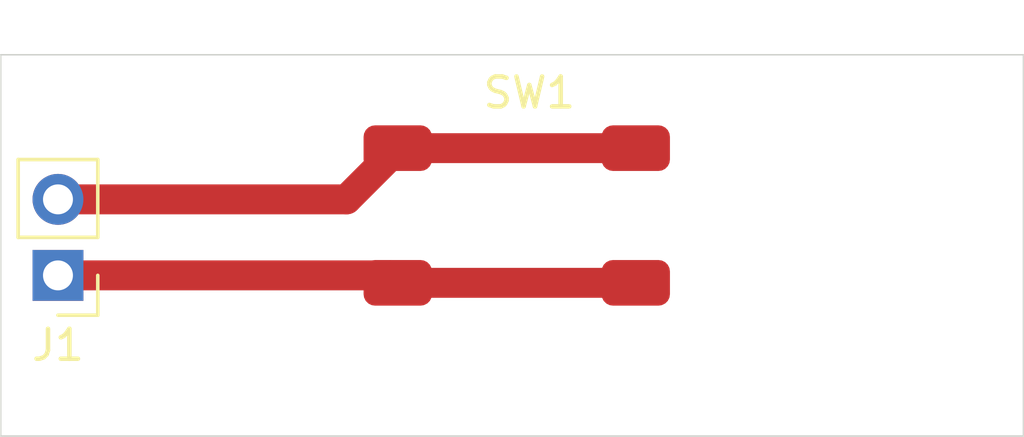
<source format=kicad_pcb>
(kicad_pcb (version 20211014) (generator pcbnew)
  (layers (0 "F.Cu" signal) (31 "B.Cu" signal) (34 "B.Paste" user) (35 "F.Paste" user) (36 "B.SilkS" user "B.Silkscreen") (37 "F.SilkS" user "F.Silkscreen") (38 "B.Mask" user) (39 "F.Mask" user) (44 "Edge.Cuts" user))
  (net 0 "")
  (net 1 "Net-(J1-Pad1)")
  (net 2 "Net-(J1-Pad2)")
  (footprint "Connector_PinHeader_2.54mm:PinHeader_1x02_P2.54mm_Vertical" (layer "F.Cu") (at 121.412 58.933 180)
    (fp_text reference "J1" (at 0 -2.33) (layer "F.SilkS"))
    (fp_text value "Conn_01x02_Female")
    (fp_line (start -1.33 3.87) (end 1.33 3.87) (layer "F.SilkS") (width 0.12))
    (fp_line (start 1.33 1.27) (end 1.33 3.87) (layer "F.SilkS") (width 0.12))
    (fp_line (start -1.33 0) (end -1.33 -1.33) (layer "F.SilkS") (width 0.12))
    (fp_line (start -1.33 1.27) (end -1.33 3.87) (layer "F.SilkS") (width 0.12))
    (fp_line (start -1.33 1.27) (end 1.33 1.27) (layer "F.SilkS") (width 0.12))
    (fp_line (start -1.33 -1.33) (end 0 -1.33) (layer "F.SilkS") (width 0.12))
    (pad "1" thru_hole rect (at 0 0 180) (size 1.7 1.7) (drill 1) (layers *.Cu *.Mask) (net 1 "Net-(J1-Pad1)"))
    (pad "2" thru_hole oval (at 0 2.54 180) (size 1.7 1.7) (drill 1) (layers *.Cu *.Mask) (net 2 "Net-(J1-Pad2)"))
  )
  (footprint "CheshBits:Jaycar SMD Tactical switch" (layer "F.Cu") (at 137.466 49.982)
    (fp_text reference "SW1" (at -0.306 2.85 unlocked) (layer "F.SilkS"))
    (fp_text value "SW_MEC_5E")
    (pad "1" smd roundrect (at -4.7 4.7) (size 2.286 1.524) (layers "F.Cu" "F.Paste" "F.Mask") (net 2 "Net-(J1-Pad2)"))
    (pad "2" smd roundrect (at 3.25 4.7) (size 2.286 1.524) (layers "F.Cu" "F.Paste" "F.Mask") (net 2 "Net-(J1-Pad2)"))
    (pad "3" smd roundrect (at -4.7 9.2) (size 2.286 1.524) (layers "F.Cu" "F.Paste" "F.Mask") (net 1 "Net-(J1-Pad1)"))
    (pad "4" smd roundrect (at 3.25 9.2) (size 2.286 1.524) (layers "F.Cu" "F.Paste" "F.Mask") (net 1 "Net-(J1-Pad1)"))
  )
  (gr_rect (start 119.5 51.562) (end 153.67 64.3) (layer "Edge.Cuts") (width 0.05) (fill none))
  (segment (start 132.766 59.182) (end 140.716 59.182) (width 1) (layer "F.Cu") (net 1))
  (segment (start 121.412 58.933) (end 132.517 58.933) (width 1) (layer "F.Cu") (net 1))
  (segment (start 132.517 58.933) (end 132.766 59.182) (width 1) (layer "F.Cu") (net 1))
  (segment (start 121.412 56.393) (end 131.055 56.393) (width 1) (layer "F.Cu") (net 2))
  (segment (start 131.055 56.393) (end 132.766 54.682) (width 1) (layer "F.Cu") (net 2))
  (segment (start 132.766 54.682) (end 140.716 54.682) (width 1) (layer "F.Cu") (net 2))
)
</source>
